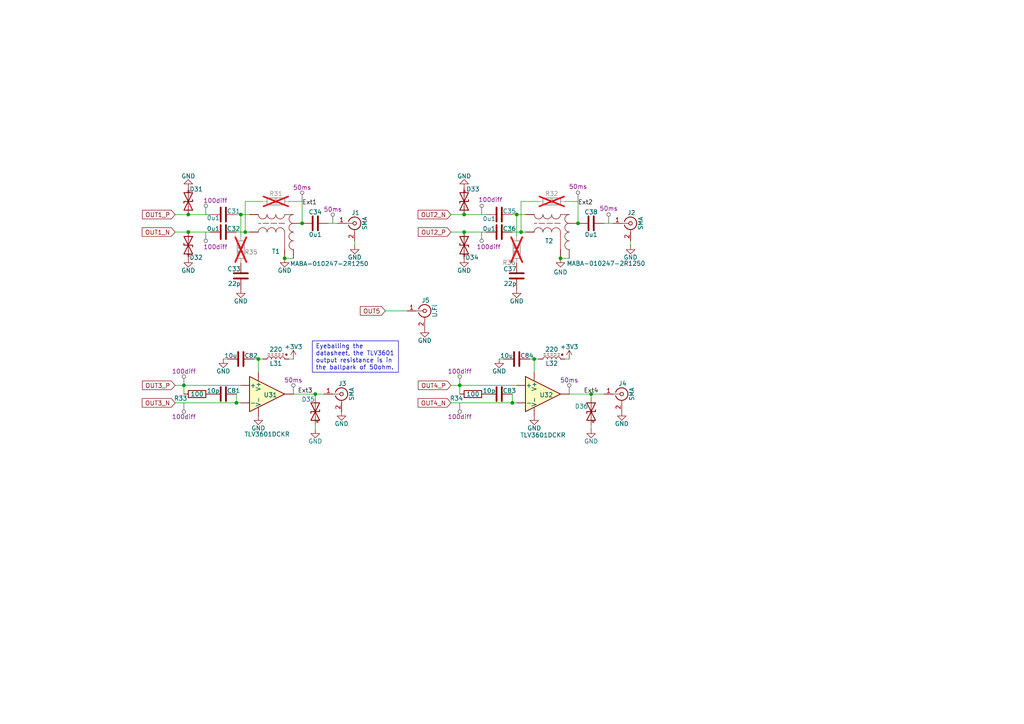
<source format=kicad_sch>
(kicad_sch (version 20250114) (generator "eeschema") (generator_version "9.0")
  (paper "A4")
  (lib_symbols
    (symbol "Connector:Conn_Coaxial" (pin_names (offset 1.016) (hide yes))
      (property "Reference" "J" (at 0.254 3.048 0))
      (property "Value" "Conn_Coaxial" (at 2.921 0 90))
      (symbol "Conn_Coaxial_0_1"
        (polyline (pts (xy -2.54 0) (xy -0.508 0)))
        (arc (start 1.778 0) (mid 0.222 -1.8079) (end -1.778 -0.508) (stroke (width 0.254)))
        (arc (start -1.778 0.508) (mid 0.2221 1.8084) (end 1.778 0) (stroke (width 0.254)))
        (circle (center 0 0) (radius 0.508) (stroke (width 0.2032)))
        (polyline (pts (xy 0 -2.54) (xy 0 -1.778)))
      )
      (symbol "Conn_Coaxial_1_1"
        (pin passive line (at -5.08 0 0) (length 2.54) (name "In") (number "1"))
        (pin passive line (at 0 -5.08 90) (length 2.54) (name "Ext") (number "2"))
      )
    )
    (symbol "Device:C" (pin_numbers (hide yes)) (pin_names (offset 0.254))
      (property "Reference" "C" (at 0.635 2.54 0))
      (property "Value" "C" (at 0.635 -2.54 0))
      (symbol "C_0_1"
        (polyline (pts (xy -2.032 0.762) (xy 2.032 0.762)) (stroke (width 0.508)))
        (polyline (pts (xy -2.032 -0.762) (xy 2.032 -0.762)) (stroke (width 0.508)))
      )
      (symbol "C_1_1"
        (pin passive line (at 0 3.81 270) (length 2.794) (name "~") (number "1"))
        (pin passive line (at 0 -3.81 90) (length 2.794) (name "~") (number "2"))
      )
    )
    (symbol "Device:R" (pin_numbers (hide yes)) (pin_names (offset 0))
      (property "Reference" "R" (at 2.032 0 90))
      (property "Value" "R" (at 0 0 90))
      (symbol "R_0_1"
        (rectangle (start -1.016 -2.54) (end 1.016 2.54) (stroke (width 0.254)))
      )
      (symbol "R_1_1"
        (pin passive line (at 0 3.81 270) (length 1.27) (name "~") (number "1"))
        (pin passive line (at 0 -3.81 90) (length 1.27) (name "~") (number "2"))
      )
    )
    (symbol "Parts:D_TVS" (pin_numbers (hide yes)) (pin_names (offset 1.016) (hide yes))
      (property "Reference" "D" (at 0 2.54 0))
      (property "Value" "D_TVS" (at 0 -2.54 0))
      (symbol "D_TVS_0_1"
        (polyline (pts (xy -2.54 1.27) (xy -2.54 -1.27) (xy 2.54 1.27) (xy 2.54 -1.27) (xy -2.54 1.27)) (stroke (width 0.254)))
        (polyline (pts (xy 0.508 1.27) (xy 0 1.27) (xy 0 -1.27) (xy -0.508 -1.27)) (stroke (width 0.254)))
        (polyline (pts (xy 1.27 0) (xy -1.27 0)))
      )
      (symbol "D_TVS_1_1"
        (text "H" (at 2.54 -0.254 0) (effects (font (size 0.635 0.635)) (justify left top)))
        (pin passive line (at -3.81 0 0) (length 2.54) (name "A1") (number "1"))
        (pin passive line (at 3.81 0 180) (length 2.54) (name "A2") (number "2"))
      )
    )
    (symbol "Parts:L_Ferrite_Power" (pin_numbers (hide yes)) (pin_names (offset 1.016) (hide yes))
      (property "Reference" "L" (at -1.27 0 90))
      (property "Value" "L_Ferrite_Power" (at 2.794 0 90))
      (symbol "L_Ferrite_Power_0_1"
        (arc (start 0 2.54) (mid 0.6323 1.905) (end 0 1.27))
        (arc (start 0 1.27) (mid 0.6323 0.635) (end 0 0))
        (arc (start 0 0) (mid 0.6323 -0.635) (end 0 -1.27))
        (arc (start 0 -1.27) (mid 0.6323 -1.905) (end 0 -2.54))
        (polyline (pts (xy 1.016 1.778) (xy 1.016 2.286)))
        (polyline (pts (xy 1.016 0.762) (xy 1.016 1.27)))
        (polyline (pts (xy 1.016 -0.254) (xy 1.016 0.254)))
        (polyline (pts (xy 1.016 -1.27) (xy 1.016 -0.762)))
        (polyline (pts (xy 1.016 -2.286) (xy 1.016 -1.778)))
        (circle (center 1.27 3.048) (radius 0.254) (fill (type outline)))
        (polyline (pts (xy 1.524 2.286) (xy 1.524 1.778)))
        (polyline (pts (xy 1.524 1.27) (xy 1.524 0.762)))
        (polyline (pts (xy 1.524 0.254) (xy 1.524 -0.254)))
        (polyline (pts (xy 1.524 -0.762) (xy 1.524 -1.27)))
        (polyline (pts (xy 1.524 -1.778) (xy 1.524 -2.286)))
      )
      (symbol "L_Ferrite_Power_1_1"
        (pin power_in line (at 0 3.81 270) (length 1.27) (name "1") (number "1"))
        (pin power_out line (at 0 -3.81 90) (length 1.27) (name "2") (number "2"))
      )
    )
    (symbol "Parts:MABA-010247-2R1250" (pin_numbers (hide yes)) (pin_names (offset 1.016))
      (property "Reference" "T" (at -0.0039 -3.0401 0))
      (property "Value" "MABA-010247-2R1250" (at -0.0014 8.1253 0))
      (symbol "MABA-010247-2R1250_0_0"
        (arc (start -5.08 6.35) (mid -3.81 5.08) (end -5.08 3.81) (stroke (width 0.1524)))
        (arc (start -5.08 3.81) (mid -3.81 2.54) (end -5.08 1.27) (stroke (width 0.1524)))
        (arc (start -5.08 1.27) (mid -3.81 0) (end -5.08 -1.27) (stroke (width 0.1524)))
        (arc (start -5.08 -1.27) (mid -3.81 -2.54) (end -5.08 -3.81) (stroke (width 0.1524)))
        (arc (start 0 6.35) (mid -1.27 5.0855) (end -2.54 6.35) (stroke (width 0.1524)))
        (arc (start -2.54 1.27) (mid -1.27 2.5345) (end 0 1.27) (stroke (width 0.1524)))
        (arc (start 2.54 6.35) (mid 1.27 5.0855) (end 0 6.35) (stroke (width 0.1524)))
        (arc (start 0 1.27) (mid 1.27 2.5345) (end 2.54 1.27) (stroke (width 0.1524)))
        (arc (start 5.08 6.35) (mid 3.81 5.0855) (end 2.54 6.35) (stroke (width 0.1524)))
        (arc (start 2.54 1.27) (mid 3.81 2.5345) (end 5.08 1.27) (stroke (width 0.1524)))
        (pin passive line (at -7.62 3.81 0) (length 2.54) (name "~") (number "4"))
        (pin passive line (at -5.08 -6.35 90) (length 2.54) (name "~") (number "5"))
        (pin passive line (at 7.62 6.35 180) (length 2.54) (name "~") (number "1"))
        (pin passive line (at 7.62 1.27 180) (length 2.54) (name "~") (number "3"))
      )
      (symbol "MABA-010247-2R1250_0_1"
        (polyline (pts (xy -2.54 -3.81) (xy -2.54 1.27)))
      )
      (symbol "MABA-010247-2R1250_1_0"
        (pin passive line (at -2.54 -6.35 90) (length 2.54) (name "~") (number "2"))
      )
      (symbol "MABA-010247-2R1250_1_1"
        (polyline (pts (xy -5.08 6.35) (xy -2.54 6.35)))
        (polyline (pts (xy -2.54 3.81) (xy 5.08 3.81)) (stroke (width 0) (type dash)))
      )
    )
    (symbol "Parts:TLV3601DCKR" (pin_numbers (hide yes)) (pin_names (offset 0.127))
      (property "Reference" "U" (at 3.81 -5.08 0))
      (property "Value" "TLV3601DCKR" (at 3.81 -7.62 0))
      (symbol "TLV3601DCKR_1_1"
        (polyline (pts (xy -5.08 5.08) (xy 5.08 0) (xy -5.08 -5.08) (xy -5.08 5.08)) (stroke (width 0.254)) (fill (type background)))
        (pin input line (at -7.62 2.54 0) (length 2.54) (name "+") (number "3"))
        (pin input line (at -7.62 -2.54 0) (length 2.54) (name "-") (number "4"))
        (pin power_in line (at -2.54 6.35 270) (length 2.54) (name "V+") (number "5"))
        (pin power_in line (at -2.54 -6.35 90) (length 2.54) (name "V-") (number "2"))
        (pin output line (at 7.62 0 180) (length 2.54) (name "~") (number "1"))
      )
    )
    (symbol "power:+3V3" (power) (pin_numbers (hide yes)) (pin_names (offset 0) (hide yes))
      (property "Value" "+3V3" (at 0 3.556 0))
      (symbol "+3V3_0_1"
        (polyline (pts (xy -0.762 1.27) (xy 0 2.54)))
        (polyline (pts (xy 0 2.54) (xy 0.762 1.27)))
        (polyline (pts (xy 0 0) (xy 0 2.54)))
      )
      (symbol "+3V3_1_1"
        (pin power_in line (at 0 0 90) (length 0) (name "~") (number "1"))
      )
    )
    (symbol "power:GND" (power) (pin_numbers (hide yes)) (pin_names (offset 0) (hide yes))
      (property "Value" "GND" (at 0 -3.81 0))
      (symbol "GND_0_1"
        (polyline (pts (xy 0 0) (xy 0 -1.27) (xy 1.27 -1.27) (xy 0 -2.54) (xy -1.27 -1.27) (xy 0 -1.27)))
      )
      (symbol "GND_1_1"
        (pin power_in line (at 0 0 270) (length 0) (name "~") (number "1"))
      )
    )
  )
  (text_box "Eyeballing the datasheet, the TLV3601 output resistance is in the ballpark of 50ohm." (at 90.5881 98.8639 0) (size 24.9819 9.0861) (margins 0.9525 0.9525 0.9525 0.9525) (effects (font (size 1.27 1.27)) (justify left)))
  (junction (at 149.86 62.23))
  (junction (at 54.61 67.31))
  (junction (at 69.85 62.23))
  (junction (at 53.34 111.76))
  (junction (at 71.12 67.31))
  (junction (at 151.13 67.31))
  (junction (at 134.62 67.31))
  (junction (at 148.59 116.84))
  (junction (at 74.93 104.14))
  (junction (at 167.64 64.77))
  (junction (at 91.44 114.3))
  (junction (at 134.62 62.23))
  (junction (at 154.94 104.14))
  (junction (at 82.55 74.93))
  (junction (at 171.45 114.3))
  (junction (at 87.63 64.77))
  (junction (at 162.56 74.93))
  (junction (at 54.61 62.23))
  (junction (at 133.35 111.76))
  (junction (at 68.58 116.84))
  (wire (pts (xy 50.8 111.76) (xy 53.34 111.76)))
  (wire (pts (xy 53.34 111.76) (xy 53.34 114.3)))
  (wire (pts (xy 130.81 62.23) (xy 134.62 62.23)))
  (wire (pts (xy 171.45 124.46) (xy 171.45 123.19)))
  (wire (pts (xy 69.85 62.23) (xy 72.39 62.23)))
  (wire (pts (xy 71.12 67.31) (xy 72.39 67.31)))
  (wire (pts (xy 148.59 114.3) (xy 148.59 116.84)))
  (wire (pts (xy 165.1 104.14) (xy 163.83 104.14)))
  (wire (pts (xy 111.76 90.17) (xy 118.11 90.17)))
  (wire (pts (xy 69.85 62.23) (xy 69.85 68.58)))
  (wire (pts (xy 130.81 111.76) (xy 133.35 111.76)))
  (wire (pts (xy 54.61 67.31) (xy 60.96 67.31)))
  (wire (pts (xy 134.62 67.31) (xy 140.97 67.31)))
  (wire (pts (xy 95.25 64.77) (xy 97.79 64.77)))
  (wire (pts (xy 54.61 62.23) (xy 60.96 62.23)))
  (wire (pts (xy 74.93 104.14) (xy 74.93 107.95)))
  (wire (pts (xy 148.59 62.23) (xy 149.86 62.23)))
  (wire (pts (xy 87.63 58.42) (xy 87.63 64.77)))
  (wire (pts (xy 83.82 58.42) (xy 87.63 58.42)))
  (wire (pts (xy 85.09 104.14) (xy 83.82 104.14)))
  (wire (pts (xy 82.55 74.93) (xy 85.09 74.93)))
  (wire (pts (xy 163.83 58.42) (xy 167.64 58.42)))
  (wire (pts (xy 171.45 114.3) (xy 175.26 114.3)))
  (wire (pts (xy 91.44 115.57) (xy 91.44 114.3)))
  (wire (pts (xy 149.86 62.23) (xy 152.4 62.23)))
  (wire (pts (xy 165.1 114.3) (xy 171.45 114.3)))
  (wire (pts (xy 64.77 104.14) (xy 66.04 104.14)))
  (wire (pts (xy 68.58 116.84) (xy 69.85 116.84)))
  (wire (pts (xy 85.09 114.3) (xy 91.44 114.3)))
  (wire (pts (xy 171.45 115.57) (xy 171.45 114.3)))
  (wire (pts (xy 50.8 116.84) (xy 68.58 116.84)))
  (wire (pts (xy 175.26 64.77) (xy 177.8 64.77)))
  (wire (pts (xy 50.8 62.23) (xy 54.61 62.23)))
  (wire (pts (xy 144.78 104.14) (xy 146.05 104.14)))
  (wire (pts (xy 154.94 104.14) (xy 156.21 104.14)))
  (wire (pts (xy 153.67 104.14) (xy 154.94 104.14)))
  (wire (pts (xy 91.44 114.3) (xy 93.98 114.3)))
  (wire (pts (xy 68.58 114.3) (xy 68.58 116.84)))
  (wire (pts (xy 73.66 104.14) (xy 74.93 104.14)))
  (wire (pts (xy 50.8 67.31) (xy 54.61 67.31)))
  (wire (pts (xy 148.59 67.31) (xy 151.13 67.31)))
  (wire (pts (xy 133.35 111.76) (xy 149.86 111.76)))
  (wire (pts (xy 151.13 58.42) (xy 156.21 58.42)))
  (wire (pts (xy 53.34 111.76) (xy 69.85 111.76)))
  (wire (pts (xy 167.64 58.42) (xy 167.64 64.77)))
  (wire (pts (xy 68.58 67.31) (xy 71.12 67.31)))
  (wire (pts (xy 133.35 111.76) (xy 133.35 114.3)))
  (wire (pts (xy 148.59 116.84) (xy 149.86 116.84)))
  (wire (pts (xy 151.13 67.31) (xy 152.4 67.31)))
  (wire (pts (xy 91.44 124.46) (xy 91.44 123.19)))
  (wire (pts (xy 71.12 58.42) (xy 71.12 67.31)))
  (wire (pts (xy 130.81 67.31) (xy 134.62 67.31)))
  (wire (pts (xy 162.56 74.93) (xy 165.1 74.93)))
  (wire (pts (xy 102.87 69.85) (xy 102.87 71.12)))
  (wire (pts (xy 71.12 58.42) (xy 76.2 58.42)))
  (wire (pts (xy 74.93 104.14) (xy 76.2 104.14)))
  (wire (pts (xy 182.88 69.85) (xy 182.88 71.12)))
  (wire (pts (xy 154.94 104.14) (xy 154.94 107.95)))
  (wire (pts (xy 134.62 62.23) (xy 140.97 62.23)))
  (wire (pts (xy 149.86 62.23) (xy 149.86 68.58)))
  (wire (pts (xy 68.58 62.23) (xy 69.85 62.23)))
  (wire (pts (xy 130.81 116.84) (xy 148.59 116.84)))
  (wire (pts (xy 151.13 58.42) (xy 151.13 67.31)))
  (label "Ext3" (at 86.36 114.3 0))
  (label "Ext2" (at 167.64 59.69 0))
  (label "Ext1" (at 87.63 59.69 0))
  (label "Ext4" (at 171.45 114.3 0))
  (global_label "OUT5" (shape input) (at 111.76 90.17 180) (property "Intersheetrefs" "${INTERSHEET_REFS}" (at 103.9367 90.17 0) (effects (justify right))))
  (global_label "OUT2_P" (shape input) (at 130.81 67.31 180) (property "Intersheetrefs" "${INTERSHEET_REFS}" (at 120.6886 67.31 0) (effects (justify right))))
  (global_label "OUT4_N" (shape input) (at 130.81 116.84 180) (property "Intersheetrefs" "${INTERSHEET_REFS}" (at 120.6886 116.84 0) (effects (justify right))))
  (global_label "OUT1_N" (shape input) (at 50.8 67.31 180) (property "Intersheetrefs" "${INTERSHEET_REFS}" (at 40.6786 67.31 0) (effects (justify right))))
  (global_label "OUT4_P" (shape input) (at 130.81 111.76 180) (property "Intersheetrefs" "${INTERSHEET_REFS}" (at 120.7491 111.76 0) (effects (justify right))))
  (global_label "OUT3_N" (shape input) (at 50.8 116.84 180) (property "Intersheetrefs" "${INTERSHEET_REFS}" (at 40.6786 116.84 0) (effects (justify right))))
  (global_label "OUT3_P" (shape input) (at 50.8 111.76 180) (property "Intersheetrefs" "${INTERSHEET_REFS}" (at 40.7391 111.76 0) (effects (justify right))))
  (global_label "OUT2_N" (shape input) (at 130.81 62.23 180) (property "Intersheetrefs" "${INTERSHEET_REFS}" (at 120.7491 62.23 0) (effects (justify right))))
  (global_label "OUT1_P" (shape input) (at 50.8 62.23 180) (property "Intersheetrefs" "${INTERSHEET_REFS}" (at 40.7391 62.23 0) (effects (justify right))))
  (netclass_flag "" (length 2.54) (shape round) (at 133.35 111.76 0) (property "Netclass" "100diff" (at 133.35 108.458 0) (effects (justify bottom))))
  (netclass_flag "" (length 2.54) (shape round) (at 59.69 67.31 180) (property "Netclass" "100diff" (at 62.484 70.866 0) (effects (justify top))))
  (netclass_flag "" (length 2.54) (shape round) (at 53.34 111.76 0) (property "Netclass" "100diff" (at 53.34 108.458 0) (effects (justify bottom))))
  (netclass_flag "" (length 2.54) (shape round) (at 59.69 62.23 0) (property "Netclass" "100diff" (at 62.484 58.928 0) (effects (justify bottom))))
  (netclass_flag "" (length 2.54) (shape round) (at 87.63 58.42 0) (property "Netclass" "50ms" (at 87.63 55.118 0) (effects (justify bottom))))
  (netclass_flag "" (length 2.54) (shape round) (at 133.35 116.84 180) (property "Netclass" "100diff" (at 133.35 120.142 0) (effects (justify top))))
  (netclass_flag "" (length 2.54) (shape round) (at 167.64 58.42 0) (property "Netclass" "50ms" (at 167.64 54.864 0) (effects (justify bottom))))
  (netclass_flag "" (length 2.54) (shape round) (at 139.7 67.31 180) (property "Netclass" "100diff" (at 141.732 70.866 0) (effects (justify top))))
  (netclass_flag "" (length 2.54) (shape round) (at 165.1 114.3 0) (property "Netclass" "50ms" (at 165.1 110.998 0) (effects (justify bottom))))
  (netclass_flag "" (length 2.54) (shape round) (at 53.34 116.84 180) (property "Netclass" "100diff" (at 53.34 120.142 0) (effects (justify top))))
  (netclass_flag "" (length 2.54) (shape round) (at 176.53 64.77 0) (property "Netclass" "50ms" (at 176.53 61.214 0) (effects (justify bottom))))
  (netclass_flag "" (length 2.54) (shape round) (at 96.52 64.77 0) (property "Netclass" "50ms" (at 96.52 61.468 0) (effects (justify bottom))))
  (netclass_flag "" (length 2.54) (shape round) (at 139.7 62.23 0) (property "Netclass" "100diff" (at 142.24 58.674 0) (effects (justify bottom))))
  (netclass_flag "" (length 2.54) (shape round) (at 85.09 114.3 0) (property "Netclass" "50ms" (at 85.09 110.998 0) (effects (justify bottom))))
  (symbol (lib_id "power:GND") (at 182.88 71.12 0) (unit 1)
    (property "Reference" "#PWR045" (effects (hide yes)))
    (property "Value" "GND" (at 182.88 73.914 0) (effects (justify top)))
    (property "Description" "Power symbol creates a global label with name \"GND\" , ground" (effects (hide yes)))
  )
  (symbol (lib_id "Device:R") (at 80.01 58.42 90) (unit 1) (dnp yes)
    (property "Reference" "R31" (at 80.01 56.896 90) (effects (justify top)))
    (property "Value" "0" (at 80.01 58.42 90))
    (property "Footprint" "Resistor_SMD:R_0603_1608Metric" (effects (hide yes)))
    (property "Description" "Resistor" (effects (hide yes)))
  )
  (symbol (lib_id "Device:R") (at 160.02 58.42 90) (unit 1) (dnp yes)
    (property "Reference" "R32" (at 160.02 56.896 90) (effects (justify top)))
    (property "Value" "0" (at 160.02 58.42 90))
    (property "Footprint" "Resistor_SMD:R_0603_1608Metric" (effects (hide yes)))
    (property "Description" "Resistor" (effects (hide yes)))
  )
  (symbol (lib_id "power:GND") (at 64.77 104.14 0) (unit 1)
    (property "Reference" "#PWR043" (effects (hide yes)))
    (property "Value" "GND" (at 64.77 106.934 0) (effects (justify top)))
    (property "Description" "Power symbol creates a global label with name \"GND\" , ground" (effects (hide yes)))
  )
  (symbol (lib_id "Device:R") (at 149.86 72.39 180) (unit 1) (dnp yes)
    (property "Reference" "R36" (at 149.606 75.438 0) (effects (justify left bottom)))
    (property "Value" "50" (at 149.86 72.39 90))
    (property "Footprint" "Resistor_SMD:R_0603_1608Metric" (effects (hide yes)))
    (property "Description" "Resistor" (effects (hide yes)))
  )
  (symbol (lib_id "Parts:D_TVS") (at 134.62 71.12 270) (unit 1) (in_bom no)
    (property "Reference" "D34" (at 136.906 74.676 90))
    (property "Value" "D_TVS" (effects (hide yes)))
    (property "Footprint" "Parts:HHS_0402" (effects (hide yes)))
    (property "Description" "Bidirectional transient-voltage-suppression diode" (effects (hide yes)))
  )
  (symbol (lib_id "Parts:D_TVS") (at 91.44 119.38 90) (mirror x) (unit 1) (in_bom no)
    (property "Reference" "D35" (at 89.408 115.824 90))
    (property "Value" "D_TVS" (effects (hide yes)))
    (property "Footprint" "Parts:HHS_0402" (effects (hide yes)))
    (property "Description" "Bidirectional transient-voltage-suppression diode" (effects (hide yes)))
  )
  (symbol (lib_id "Device:R") (at 57.15 114.3 90) (unit 1)
    (property "Reference" "R33" (at 54.356 114.808 90) (effects (justify left bottom)))
    (property "Value" "100" (at 57.15 114.3 90))
    (property "Footprint" "Resistor_SMD:R_0402_1005Metric" (effects (hide yes)))
    (property "Description" "Resistor" (effects (hide yes)))
    (property "LCSC" "C25076" (effects (hide yes)))
  )
  (symbol (lib_id "power:GND") (at 162.56 74.93 0) (unit 1)
    (property "Reference" "#PWR056" (effects (hide yes)))
    (property "Value" "GND" (at 162.56 78.232 0) (effects (justify top)))
    (property "Description" "Power symbol creates a global label with name \"GND\" , ground" (effects (hide yes)))
  )
  (symbol (lib_id "power:GND") (at 180.34 119.38 0) (unit 1)
    (property "Reference" "#PWR053" (effects (hide yes)))
    (property "Value" "GND" (at 180.34 122.174 0) (effects (justify top)))
    (property "Description" "Power symbol creates a global label with name \"GND\" , ground" (effects (hide yes)))
  )
  (symbol (lib_id "power:GND") (at 149.86 83.82 0) (unit 1)
    (property "Reference" "#PWR047" (effects (hide yes)))
    (property "Value" "GND" (at 149.86 86.614 0) (effects (justify top)))
    (property "Description" "Power symbol creates a global label with name \"GND\" , ground" (effects (hide yes)))
  )
  (symbol (lib_id "Connector:Conn_Coaxial") (at 99.06 114.3 0) (unit 1) (in_bom no)
    (property "Reference" "J3" (at 99.314 111.252 0))
    (property "Value" "SMA" (at 101.981 114.3 90))
    (property "Footprint" "Parts:SMA_EdgeMount" (effects (hide yes)))
    (property "Description" "coaxial connector (BNC, SMA, SMB, SMC, Cinch/RCA, LEMO, ...)" (effects (hide yes)))
  )
  (symbol (lib_id "Device:C") (at 144.78 114.3 90) (unit 1)
    (property "Reference" "C83" (at 145.796 114.046 90) (effects (justify right top)))
    (property "Value" "10p" (at 143.764 114.046 90) (effects (justify left top)))
    (property "Footprint" "Capacitor_SMD:C_0402_1005Metric" (effects (hide yes)))
    (property "Description" "Unpolarized capacitor" (effects (hide yes)))
    (property "LCSC" "C32949" (effects (hide yes)))
  )
  (symbol (lib_id "Device:C") (at 69.85 80.01 180) (unit 1)
    (property "Reference" "C33" (at 69.85 78.74 0) (effects (justify left top)))
    (property "Value" "22p" (at 69.85 81.534 0) (effects (justify left bottom)))
    (property "Footprint" "Capacitor_SMD:C_0402_1005Metric" (effects (hide yes)))
    (property "Description" "Unpolarized capacitor" (effects (hide yes)))
    (property "LCSC" "C32949" (effects (hide yes)))
  )
  (symbol (lib_id "Device:C") (at 64.77 62.23 90) (unit 1)
    (property "Reference" "C31" (at 65.786 61.976 90) (effects (justify right top)))
    (property "Value" "0u1" (at 63.754 62.484 90) (effects (justify left bottom)))
    (property "Footprint" "Capacitor_SMD:C_0402_1005Metric" (effects (hide yes)))
    (property "Description" "Unpolarized capacitor" (effects (hide yes)))
  )
  (symbol (lib_id "Parts:MABA-010247-2R1250") (at 80.01 68.58 0) (mirror y) (unit 1)
    (property "Reference" "T1" (at 80.0139 73.6521 0) (effects (justify bottom)))
    (property "Value" "MABA-010247-2R1250" (at 95.5054 77.2187 0) (effects (justify bottom)))
    (property "Footprint" "Parts:XFMR_MABA-007159-000000" (effects (hide yes)))
  )
  (symbol (lib_id "power:GND") (at 171.45 124.46 0) (unit 1)
    (property "Reference" "#PWR049" (effects (hide yes)))
    (property "Value" "GND" (at 171.45 127.254 0) (effects (justify top)))
    (property "Description" "Power symbol creates a global label with name \"GND\" , ground" (effects (hide yes)))
  )
  (symbol (lib_id "Connector:Conn_Coaxial") (at 180.34 114.3 0) (unit 1) (in_bom no)
    (property "Reference" "J4" (at 180.594 111.252 0))
    (property "Value" "SMA" (at 183.261 114.3 90))
    (property "Footprint" "Parts:SMA_EdgeMount" (effects (hide yes)))
    (property "Description" "coaxial connector (BNC, SMA, SMB, SMC, Cinch/RCA, LEMO, ...)" (effects (hide yes)))
  )
  (symbol (lib_id "Parts:TLV3601DCKR") (at 157.48 114.3 0) (unit 1)
    (property "Reference" "U32" (at 156.464 114.554 0) (effects (justify left)))
    (property "Value" "TLV3601DCKR" (at 157.48 125.476 0) (effects (justify top)))
    (property "Footprint" "Package_TO_SOT_SMD:SOT-353_SC-70-5" (effects (hide yes)))
    (property "Datasheet" "https://www.ti.com/lit/ds/symlink/tlv3601.pdf" (effects (hide yes)))
    (property "Description" "High-Speed Comparator, 2.5-ns, Rail-to-Rail, Push-Pull CMOS Output, SC-70-5" (effects (hide yes)))
    (property "LCSC" "C2974371" (effects (hide yes)))
  )
  (symbol (lib_id "power:GND") (at 54.61 54.61 180) (unit 1)
    (property "Reference" "#PWR050" (effects (hide yes)))
    (property "Value" "GND" (at 54.61 51.816 0) (effects (justify top)))
    (property "Description" "Power symbol creates a global label with name \"GND\" , ground" (effects (hide yes)))
  )
  (symbol (lib_id "Parts:MABA-010247-2R1250") (at 160.02 68.58 0) (mirror y) (unit 1)
    (property "Reference" "T2" (at 159.2619 70.6041 0) (effects (justify bottom)))
    (property "Value" "MABA-010247-2R1250" (at 175.7694 75.6947 0) (effects (justify top)))
    (property "Footprint" "Parts:XFMR_MABA-007159-000000" (effects (hide yes)))
  )
  (symbol (lib_id "Device:C") (at 149.86 104.14 270) (mirror x) (unit 1)
    (property "Reference" "C84" (at 150.876 103.886 90) (effects (justify left top)))
    (property "Value" "10u" (at 148.844 103.886 90) (effects (justify right top)))
    (property "Footprint" "Capacitor_SMD:C_0402_1005Metric" (effects (hide yes)))
    (property "Description" "Unpolarized capacitor" (effects (hide yes)))
    (property "LCSC" "C15525" (effects (hide yes)))
  )
  (symbol (lib_id "Parts:L_Ferrite_Power") (at 80.01 104.14 270) (mirror x) (unit 1)
    (property "Reference" "L31" (at 80.01 105.41 90))
    (property "Value" "220" (at 80.01 101.346 90))
    (property "Footprint" "Inductor_SMD:L_0603_1608Metric" (effects (hide yes)))
    (property "Description" "Inductor with ferrite core" (effects (hide yes)))
    (property "LCSC" "C14709" (effects (hide yes)))
  )
  (symbol (lib_id "power:GND") (at 74.93 120.65 0) (unit 1)
    (property "Reference" "#PWR048" (effects (hide yes)))
    (property "Value" "GND" (at 74.93 123.444 0) (effects (justify top)))
    (property "Description" "Power symbol creates a global label with name \"GND\" , ground" (effects (hide yes)))
  )
  (symbol (lib_id "Device:C") (at 91.44 64.77 90) (unit 1)
    (property "Reference" "C34" (at 91.44 62.23 90) (effects (justify top)))
    (property "Value" "0u1" (at 91.44 67.31 90) (effects (justify bottom)))
    (property "Footprint" "Capacitor_SMD:C_0402_1005Metric" (effects (hide yes)))
    (property "Description" "Unpolarized capacitor" (effects (hide yes)))
  )
  (symbol (lib_id "power:GND") (at 91.44 124.46 0) (unit 1)
    (property "Reference" "#PWR052" (effects (hide yes)))
    (property "Value" "GND" (at 91.44 127.254 0) (effects (justify top)))
    (property "Description" "Power symbol creates a global label with name \"GND\" , ground" (effects (hide yes)))
  )
  (symbol (lib_id "Device:C") (at 144.78 62.23 90) (unit 1)
    (property "Reference" "C35" (at 145.796 61.976 90) (effects (justify right top)))
    (property "Value" "0u1" (at 143.764 62.738 90) (effects (justify left bottom)))
    (property "Footprint" "Capacitor_SMD:C_0402_1005Metric" (effects (hide yes)))
    (property "Description" "Unpolarized capacitor" (effects (hide yes)))
  )
  (symbol (lib_id "Parts:D_TVS") (at 171.45 119.38 90) (mirror x) (unit 1) (in_bom no)
    (property "Reference" "D36" (at 168.656 117.856 90))
    (property "Value" "D_TVS" (effects (hide yes)))
    (property "Footprint" "Parts:HHS_0402" (effects (hide yes)))
    (property "Description" "Bidirectional transient-voltage-suppression diode" (effects (hide yes)))
  )
  (symbol (lib_id "power:GND") (at 154.94 120.65 0) (unit 1)
    (property "Reference" "#PWR044" (effects (hide yes)))
    (property "Value" "GND" (at 154.94 123.444 0) (effects (justify top)))
    (property "Description" "Power symbol creates a global label with name \"GND\" , ground" (effects (hide yes)))
  )
  (symbol (lib_id "Device:R") (at 69.85 72.39 180) (unit 1) (dnp yes)
    (property "Reference" "R35" (at 70.866 72.39 0) (effects (justify right bottom)))
    (property "Value" "50" (at 69.85 72.39 90))
    (property "Footprint" "Resistor_SMD:R_0603_1608Metric" (effects (hide yes)))
    (property "Description" "Resistor" (effects (hide yes)))
  )
  (symbol (lib_id "Device:C") (at 144.78 67.31 90) (unit 1)
    (property "Reference" "C36" (at 145.796 67.056 90) (effects (justify right top)))
    (property "Value" "0u1" (at 143.764 67.056 90) (effects (justify left top)))
    (property "Footprint" "Capacitor_SMD:C_0402_1005Metric" (effects (hide yes)))
    (property "Description" "Unpolarized capacitor" (effects (hide yes)))
  )
  (symbol (lib_id "power:GND") (at 102.87 71.12 0) (unit 1)
    (property "Reference" "#PWR055" (effects (hide yes)))
    (property "Value" "GND" (at 102.87 73.914 0) (effects (justify top)))
    (property "Description" "Power symbol creates a global label with name \"GND\" , ground" (effects (hide yes)))
  )
  (symbol (lib_id "Parts:D_TVS") (at 54.61 71.12 270) (unit 1) (in_bom no)
    (property "Reference" "D32" (at 56.896 74.676 90))
    (property "Value" "D_TVS" (effects (hide yes)))
    (property "Footprint" "Parts:HHS_0402" (effects (hide yes)))
    (property "Description" "Bidirectional transient-voltage-suppression diode" (effects (hide yes)))
  )
  (symbol (lib_id "power:+3V3") (at 165.1 104.14 0) (unit 1)
    (property "Reference" "#PWR031" (effects (hide yes)))
    (property "Value" "+3V3" (at 165.1 100.584 0))
    (property "Description" "Power symbol creates a global label with name \"+3V3\"" (effects (hide yes)))
  )
  (symbol (lib_id "power:GND") (at 82.55 74.93 0) (unit 1)
    (property "Reference" "#PWR0105" (effects (hide yes)))
    (property "Value" "GND" (at 82.55 77.724 0) (effects (justify top)))
    (property "Description" "Power symbol creates a global label with name \"GND\" , ground" (effects (hide yes)))
  )
  (symbol (lib_id "Device:R") (at 137.16 114.3 90) (unit 1)
    (property "Reference" "R34" (at 134.366 114.808 90) (effects (justify left bottom)))
    (property "Value" "100" (at 137.16 114.3 90))
    (property "Footprint" "Resistor_SMD:R_0402_1005Metric" (effects (hide yes)))
    (property "Description" "Resistor" (effects (hide yes)))
    (property "LCSC" "C25076" (effects (hide yes)))
  )
  (symbol (lib_id "power:GND") (at 134.62 54.61 180) (unit 1)
    (property "Reference" "#PWR037" (effects (hide yes)))
    (property "Value" "GND" (at 134.62 51.816 0) (effects (justify top)))
    (property "Description" "Power symbol creates a global label with name \"GND\" , ground" (effects (hide yes)))
  )
  (symbol (lib_id "Device:C") (at 171.45 64.77 90) (unit 1)
    (property "Reference" "C38" (at 171.45 62.23 90) (effects (justify top)))
    (property "Value" "0u1" (at 171.45 67.31 90) (effects (justify bottom)))
    (property "Footprint" "Capacitor_SMD:C_0402_1005Metric" (effects (hide yes)))
    (property "Description" "Unpolarized capacitor" (effects (hide yes)))
  )
  (symbol (lib_id "Parts:D_TVS") (at 54.61 58.42 270) (mirror x) (unit 1) (in_bom no)
    (property "Reference" "D31" (at 56.896 54.864 90))
    (property "Value" "D_TVS" (effects (hide yes)))
    (property "Footprint" "Parts:HHS_0402" (effects (hide yes)))
    (property "Description" "Bidirectional transient-voltage-suppression diode" (effects (hide yes)))
  )
  (symbol (lib_id "Connector:Conn_Coaxial") (at 123.19 90.17 0) (unit 1) (in_bom no)
    (property "Reference" "J5" (at 123.444 87.122 0))
    (property "Value" "U.Fl" (at 126.111 90.17 90))
    (property "Footprint" "Parts:U.FL_Hirose_U.FL-R-SMT-1_Vertical" (effects (hide yes)))
    (property "Description" "coaxial connector (BNC, SMA, SMB, SMC, Cinch/RCA, LEMO, ...)" (effects (hide yes)))
  )
  (symbol (lib_id "power:GND") (at 99.06 119.38 0) (unit 1)
    (property "Reference" "#PWR054" (effects (hide yes)))
    (property "Value" "GND" (at 99.06 122.174 0) (effects (justify top)))
    (property "Description" "Power symbol creates a global label with name \"GND\" , ground" (effects (hide yes)))
  )
  (symbol (lib_id "Device:C") (at 69.85 104.14 270) (mirror x) (unit 1)
    (property "Reference" "C82" (at 70.866 103.886 90) (effects (justify left top)))
    (property "Value" "10u" (at 68.834 103.886 90) (effects (justify right top)))
    (property "Footprint" "Capacitor_SMD:C_0402_1005Metric" (effects (hide yes)))
    (property "Description" "Unpolarized capacitor" (effects (hide yes)))
    (property "LCSC" "C15525" (effects (hide yes)))
  )
  (symbol (lib_id "Connector:Conn_Coaxial") (at 182.88 64.77 0) (unit 1) (in_bom no)
    (property "Reference" "J2" (at 183.134 61.722 0))
    (property "Value" "SMA" (at 185.801 64.77 90))
    (property "Footprint" "Parts:SMA_EdgeMount" (effects (hide yes)))
    (property "Description" "coaxial connector (BNC, SMA, SMB, SMC, Cinch/RCA, LEMO, ...)" (effects (hide yes)))
  )
  (symbol (lib_id "Parts:D_TVS") (at 134.62 58.42 270) (mirror x) (unit 1) (in_bom no)
    (property "Reference" "D33" (at 137.16 54.864 90))
    (property "Value" "D_TVS" (effects (hide yes)))
    (property "Footprint" "Parts:HHS_0402" (effects (hide yes)))
    (property "Description" "Bidirectional transient-voltage-suppression diode" (effects (hide yes)))
  )
  (symbol (lib_id "power:GND") (at 134.62 74.93 0) (unit 1)
    (property "Reference" "#PWR038" (effects (hide yes)))
    (property "Value" "GND" (at 134.62 77.724 0) (effects (justify top)))
    (property "Description" "Power symbol creates a global label with name \"GND\" , ground" (effects (hide yes)))
  )
  (symbol (lib_id "power:GND") (at 69.85 83.82 0) (unit 1)
    (property "Reference" "#PWR041" (effects (hide yes)))
    (property "Value" "GND" (at 69.85 86.614 0) (effects (justify top)))
    (property "Description" "Power symbol creates a global label with name \"GND\" , ground" (effects (hide yes)))
  )
  (symbol (lib_id "power:GND") (at 144.78 104.14 0) (unit 1)
    (property "Reference" "#PWR029" (effects (hide yes)))
    (property "Value" "GND" (at 144.78 106.934 0) (effects (justify top)))
    (property "Description" "Power symbol creates a global label with name \"GND\" , ground" (effects (hide yes)))
  )
  (symbol (lib_id "Parts:L_Ferrite_Power") (at 160.02 104.14 270) (mirror x) (unit 1)
    (property "Reference" "L32" (at 160.02 105.41 90))
    (property "Value" "220" (at 160.02 101.346 90))
    (property "Footprint" "Inductor_SMD:L_0603_1608Metric" (effects (hide yes)))
    (property "Description" "Inductor with ferrite core" (effects (hide yes)))
    (property "LCSC" "C14709" (effects (hide yes)))
  )
  (symbol (lib_id "power:GND") (at 54.61 74.93 0) (unit 1)
    (property "Reference" "#PWR051" (effects (hide yes)))
    (property "Value" "GND" (at 54.61 77.724 0) (effects (justify top)))
    (property "Description" "Power symbol creates a global label with name \"GND\" , ground" (effects (hide yes)))
  )
  (symbol (lib_id "power:+3V3") (at 85.09 104.14 0) (unit 1)
    (property "Reference" "#PWR042" (effects (hide yes)))
    (property "Value" "+3V3" (at 85.09 100.584 0))
    (property "Description" "Power symbol creates a global label with name \"+3V3\"" (effects (hide yes)))
  )
  (symbol (lib_id "Connector:Conn_Coaxial") (at 102.87 64.77 0) (unit 1) (in_bom no)
    (property "Reference" "J1" (at 103.124 61.722 0))
    (property "Value" "SMA" (at 105.791 64.77 90))
    (property "Footprint" "Parts:SMA_EdgeMount" (effects (hide yes)))
    (property "Description" "coaxial connector (BNC, SMA, SMB, SMC, Cinch/RCA, LEMO, ...)" (effects (hide yes)))
  )
  (symbol (lib_id "Device:C") (at 149.86 80.01 180) (unit 1)
    (property "Reference" "C37" (at 149.86 78.74 0) (effects (justify left top)))
    (property "Value" "22p" (at 149.86 81.534 0) (effects (justify left bottom)))
    (property "Footprint" "Capacitor_SMD:C_0402_1005Metric" (effects (hide yes)))
    (property "Description" "Unpolarized capacitor" (effects (hide yes)))
    (property "LCSC" "C32949" (effects (hide yes)))
  )
  (symbol (lib_id "Device:C") (at 64.77 67.31 90) (unit 1)
    (property "Reference" "C32" (at 65.786 67.056 90) (effects (justify right top)))
    (property "Value" "0u1" (at 63.754 67.056 90) (effects (justify left top)))
    (property "Footprint" "Capacitor_SMD:C_0402_1005Metric" (effects (hide yes)))
    (property "Description" "Unpolarized capacitor" (effects (hide yes)))
  )
  (symbol (lib_id "Parts:TLV3601DCKR") (at 77.47 114.3 0) (unit 1)
    (property "Reference" "U31" (at 76.454 114.554 0) (effects (justify left)))
    (property "Value" "TLV3601DCKR" (at 77.47 125.222 0) (effects (justify top)))
    (property "Footprint" "Package_TO_SOT_SMD:SOT-353_SC-70-5" (effects (hide yes)))
    (property "Datasheet" "https://www.ti.com/lit/ds/symlink/tlv3601.pdf" (effects (hide yes)))
    (property "Description" "High-Speed Comparator, 2.5-ns, Rail-to-Rail, Push-Pull CMOS Output, SC-70-5" (effects (hide yes)))
    (property "LCSC" "C2974371" (effects (hide yes)))
  )
  (symbol (lib_id "Device:C") (at 64.77 114.3 90) (unit 1)
    (property "Reference" "C81" (at 65.786 114.046 90) (effects (justify right top)))
    (property "Value" "10p" (at 63.754 114.046 90) (effects (justify left top)))
    (property "Footprint" "Capacitor_SMD:C_0402_1005Metric" (effects (hide yes)))
    (property "Description" "Unpolarized capacitor" (effects (hide yes)))
    (property "LCSC" "C32949" (effects (hide yes)))
  )
  (symbol (lib_id "power:GND") (at 123.19 95.25 0) (unit 1)
    (property "Reference" "#PWR039" (effects (hide yes)))
    (property "Value" "GND" (at 123.19 98.044 0) (effects (justify top)))
    (property "Description" "Power symbol creates a global label with name \"GND\" , ground" (effects (hide yes)))
  )
)
</source>
